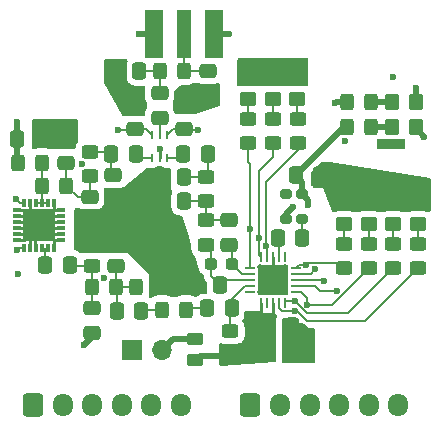
<source format=gbr>
%TF.GenerationSoftware,KiCad,Pcbnew,8.0.8*%
%TF.CreationDate,2025-02-12T11:11:18-05:00*%
%TF.ProjectId,high-power-module,68696768-2d70-46f7-9765-722d6d6f6475,rev?*%
%TF.SameCoordinates,Original*%
%TF.FileFunction,Copper,L1,Top*%
%TF.FilePolarity,Positive*%
%FSLAX46Y46*%
G04 Gerber Fmt 4.6, Leading zero omitted, Abs format (unit mm)*
G04 Created by KiCad (PCBNEW 8.0.8) date 2025-02-12 11:11:18*
%MOMM*%
%LPD*%
G01*
G04 APERTURE LIST*
G04 Aperture macros list*
%AMRoundRect*
0 Rectangle with rounded corners*
0 $1 Rounding radius*
0 $2 $3 $4 $5 $6 $7 $8 $9 X,Y pos of 4 corners*
0 Add a 4 corners polygon primitive as box body*
4,1,4,$2,$3,$4,$5,$6,$7,$8,$9,$2,$3,0*
0 Add four circle primitives for the rounded corners*
1,1,$1+$1,$2,$3*
1,1,$1+$1,$4,$5*
1,1,$1+$1,$6,$7*
1,1,$1+$1,$8,$9*
0 Add four rect primitives between the rounded corners*
20,1,$1+$1,$2,$3,$4,$5,0*
20,1,$1+$1,$4,$5,$6,$7,0*
20,1,$1+$1,$6,$7,$8,$9,0*
20,1,$1+$1,$8,$9,$2,$3,0*%
G04 Aperture macros list end*
%TA.AperFunction,SMDPad,CuDef*%
%ADD10RoundRect,0.250000X-0.325000X-0.450000X0.325000X-0.450000X0.325000X0.450000X-0.325000X0.450000X0*%
%TD*%
%TA.AperFunction,SMDPad,CuDef*%
%ADD11RoundRect,0.250000X-0.450000X0.325000X-0.450000X-0.325000X0.450000X-0.325000X0.450000X0.325000X0*%
%TD*%
%TA.AperFunction,SMDPad,CuDef*%
%ADD12RoundRect,0.250000X0.337500X0.475000X-0.337500X0.475000X-0.337500X-0.475000X0.337500X-0.475000X0*%
%TD*%
%TA.AperFunction,SMDPad,CuDef*%
%ADD13RoundRect,0.250000X0.475000X-0.337500X0.475000X0.337500X-0.475000X0.337500X-0.475000X-0.337500X0*%
%TD*%
%TA.AperFunction,SMDPad,CuDef*%
%ADD14RoundRect,0.250000X0.325000X0.450000X-0.325000X0.450000X-0.325000X-0.450000X0.325000X-0.450000X0*%
%TD*%
%TA.AperFunction,SMDPad,CuDef*%
%ADD15RoundRect,0.250000X-0.475000X0.337500X-0.475000X-0.337500X0.475000X-0.337500X0.475000X0.337500X0*%
%TD*%
%TA.AperFunction,SMDPad,CuDef*%
%ADD16RoundRect,0.250000X0.450000X-0.350000X0.450000X0.350000X-0.450000X0.350000X-0.450000X-0.350000X0*%
%TD*%
%TA.AperFunction,SMDPad,CuDef*%
%ADD17RoundRect,0.250000X-0.337500X-0.475000X0.337500X-0.475000X0.337500X0.475000X-0.337500X0.475000X0*%
%TD*%
%TA.AperFunction,SMDPad,CuDef*%
%ADD18RoundRect,0.250000X-0.450000X0.262500X-0.450000X-0.262500X0.450000X-0.262500X0.450000X0.262500X0*%
%TD*%
%TA.AperFunction,SMDPad,CuDef*%
%ADD19RoundRect,0.250000X-0.350000X-0.450000X0.350000X-0.450000X0.350000X0.450000X-0.350000X0.450000X0*%
%TD*%
%TA.AperFunction,SMDPad,CuDef*%
%ADD20RoundRect,0.237500X-0.287500X-0.237500X0.287500X-0.237500X0.287500X0.237500X-0.287500X0.237500X0*%
%TD*%
%TA.AperFunction,SMDPad,CuDef*%
%ADD21RoundRect,0.250000X0.450000X-0.325000X0.450000X0.325000X-0.450000X0.325000X-0.450000X-0.325000X0*%
%TD*%
%TA.AperFunction,SMDPad,CuDef*%
%ADD22RoundRect,0.200000X-0.300000X0.200000X-0.300000X-0.200000X0.300000X-0.200000X0.300000X0.200000X0*%
%TD*%
%TA.AperFunction,ComponentPad*%
%ADD23R,1.700000X1.700000*%
%TD*%
%TA.AperFunction,ComponentPad*%
%ADD24O,1.700000X1.700000*%
%TD*%
%TA.AperFunction,SMDPad,CuDef*%
%ADD25RoundRect,0.062500X0.062500X-0.262500X0.062500X0.262500X-0.062500X0.262500X-0.062500X-0.262500X0*%
%TD*%
%TA.AperFunction,SMDPad,CuDef*%
%ADD26R,1.270000X4.064000*%
%TD*%
%TA.AperFunction,SMDPad,CuDef*%
%ADD27R,1.524000X4.064000*%
%TD*%
%TA.AperFunction,SMDPad,CuDef*%
%ADD28O,0.380000X0.700000*%
%TD*%
%TA.AperFunction,SMDPad,CuDef*%
%ADD29O,0.700000X0.380000*%
%TD*%
%TA.AperFunction,ComponentPad*%
%ADD30C,0.500000*%
%TD*%
%TA.AperFunction,SMDPad,CuDef*%
%ADD31R,2.700000X2.700000*%
%TD*%
%TA.AperFunction,ComponentPad*%
%ADD32RoundRect,0.250000X-0.600000X-0.725000X0.600000X-0.725000X0.600000X0.725000X-0.600000X0.725000X0*%
%TD*%
%TA.AperFunction,ComponentPad*%
%ADD33O,1.700000X1.950000*%
%TD*%
%TA.AperFunction,SMDPad,CuDef*%
%ADD34RoundRect,0.062500X-0.362500X-0.062500X0.362500X-0.062500X0.362500X0.062500X-0.362500X0.062500X0*%
%TD*%
%TA.AperFunction,SMDPad,CuDef*%
%ADD35RoundRect,0.062500X-0.062500X-0.362500X0.062500X-0.362500X0.062500X0.362500X-0.062500X0.362500X0*%
%TD*%
%TA.AperFunction,HeatsinkPad*%
%ADD36C,0.500000*%
%TD*%
%TA.AperFunction,HeatsinkPad*%
%ADD37R,2.600000X2.600000*%
%TD*%
%TA.AperFunction,SMDPad,CuDef*%
%ADD38R,2.400000X0.840000*%
%TD*%
%TA.AperFunction,ViaPad*%
%ADD39C,0.600000*%
%TD*%
%TA.AperFunction,Conductor*%
%ADD40C,0.156464*%
%TD*%
%TA.AperFunction,Conductor*%
%ADD41C,0.508000*%
%TD*%
%TA.AperFunction,Conductor*%
%ADD42C,0.254000*%
%TD*%
%TA.AperFunction,Conductor*%
%ADD43C,0.152400*%
%TD*%
G04 APERTURE END LIST*
D10*
%TO.P,L3,1,1*%
%TO.N,Net-(L2-Pad2)*%
X128650000Y-85200000D03*
%TO.P,L3,2,2*%
%TO.N,Net-(C6-Pad2)*%
X130700000Y-85200000D03*
%TD*%
D11*
%TO.P,CS1,1,K*%
%TO.N,Net-(CS1-K)*%
X154200000Y-90150000D03*
%TO.P,CS1,2,A*%
%TO.N,CS*%
X154200000Y-92200000D03*
%TD*%
D12*
%TO.P,CM6,1*%
%TO.N,Net-(CM6-Pad1)*%
X140700000Y-86500000D03*
%TO.P,CM6,2*%
%TO.N,GND*%
X138625000Y-86500000D03*
%TD*%
D11*
%TO.P,GPIO3,1,K*%
%TO.N,Net-(GPIO3-K)*%
X148200000Y-79575000D03*
%TO.P,GPIO3,2,A*%
%TO.N,GPIO3*%
X148200000Y-81625000D03*
%TD*%
D13*
%TO.P,CM4,1*%
%TO.N,Net-(CM3-Pad2)*%
X134900000Y-92000000D03*
%TO.P,CM4,2*%
%TO.N,GND*%
X134900000Y-89925000D03*
%TD*%
D14*
%TO.P,LM2,1,1*%
%TO.N,Net-(CM3-Pad2)*%
X134900000Y-93800000D03*
%TO.P,LM2,2,2*%
%TO.N,Net-(C2-Pad2)*%
X132850000Y-93800000D03*
%TD*%
D15*
%TO.P,C8,1*%
%TO.N,GND*%
X136500000Y-78325000D03*
%TO.P,C8,2*%
%TO.N,GPIO3*%
X136500000Y-80400000D03*
%TD*%
D11*
%TO.P,SDN1,1,K*%
%TO.N,Net-(SDN1-K)*%
X146100000Y-79575000D03*
%TO.P,SDN1,2,A*%
%TO.N,SDN*%
X146100000Y-81625000D03*
%TD*%
D16*
%TO.P,R6,1*%
%TO.N,Net-(GPIO2-K)*%
X150250000Y-77900000D03*
%TO.P,R6,2*%
%TO.N,GND*%
X150250000Y-75900000D03*
%TD*%
D14*
%TO.P,3V3,1,K*%
%TO.N,Net-(3V3-K)*%
X156525000Y-80200000D03*
%TO.P,3V3,2,A*%
%TO.N,+3.3V*%
X154475000Y-80200000D03*
%TD*%
%TO.P,LM4,1,1*%
%TO.N,GND*%
X138700000Y-93800000D03*
%TO.P,LM4,2,2*%
%TO.N,Net-(CM3-Pad2)*%
X136650000Y-93800000D03*
%TD*%
D11*
%TO.P,GPIO1,1,K*%
%TO.N,Net-(GPIO1-K)*%
X158400000Y-90150000D03*
%TO.P,GPIO1,2,A*%
%TO.N,GPIO1*%
X158400000Y-92200000D03*
%TD*%
D17*
%TO.P,CB3,1*%
%TO.N,XO_IN*%
X148625000Y-89600000D03*
%TO.P,CB3,2*%
%TO.N,Net-(TCXO1-OUTPUT)*%
X150700000Y-89600000D03*
%TD*%
D12*
%TO.P,CM3,1*%
%TO.N,Net-(CM3-Pad1)*%
X137037500Y-95800000D03*
%TO.P,CM3,2*%
%TO.N,Net-(CM3-Pad2)*%
X134962500Y-95800000D03*
%TD*%
D18*
%TO.P,R14,1*%
%TO.N,Net-(J4-Pin_2)*%
X141600000Y-98175000D03*
%TO.P,R14,2*%
%TO.N,+3.3V*%
X141600000Y-100000000D03*
%TD*%
D19*
%TO.P,R12,1*%
%TO.N,Net-(3V3-K)*%
X158300000Y-80200000D03*
%TO.P,R12,2*%
%TO.N,GND*%
X160300000Y-80200000D03*
%TD*%
D20*
%TO.P,LR1,1,1*%
%TO.N,RXn*%
X142950000Y-91800000D03*
%TO.P,LR1,2,2*%
%TO.N,RXp*%
X144700000Y-91800000D03*
%TD*%
D21*
%TO.P,LR2,1,1*%
%TO.N,RXn*%
X142500000Y-90200000D03*
%TO.P,LR2,2,2*%
%TO.N,Net-(CM6-Pad1)*%
X142500000Y-88150000D03*
%TD*%
D15*
%TO.P,CM5,1*%
%TO.N,Net-(C2-Pad2)*%
X132900000Y-95600000D03*
%TO.P,CM5,2*%
%TO.N,GND*%
X132900000Y-97675000D03*
%TD*%
D11*
%TO.P,IRQ1,1,K*%
%TO.N,Net-(IRQ1-K)*%
X156300000Y-90150000D03*
%TO.P,IRQ1,2,A*%
%TO.N,IRQ*%
X156300000Y-92200000D03*
%TD*%
D22*
%TO.P,TCXO1,1,NC*%
%TO.N,unconnected-(TCXO1-NC-Pad1)*%
X149300000Y-85900000D03*
%TO.P,TCXO1,2,GND*%
%TO.N,GND*%
X149300000Y-88000000D03*
%TO.P,TCXO1,3,OUTPUT*%
%TO.N,Net-(TCXO1-OUTPUT)*%
X150700000Y-88000000D03*
%TO.P,TCXO1,4,VCC*%
%TO.N,+3.3V*%
X150700000Y-85900000D03*
%TD*%
D16*
%TO.P,R10,1*%
%TO.N,Net-(IRQ1-K)*%
X156300000Y-88475000D03*
%TO.P,R10,2*%
%TO.N,GND*%
X156300000Y-86475000D03*
%TD*%
D23*
%TO.P,J4,1,Pin_1*%
%TO.N,GND*%
X136260000Y-99100000D03*
D24*
%TO.P,J4,2,Pin_2*%
%TO.N,Net-(J4-Pin_2)*%
X138800000Y-99100000D03*
%TD*%
D13*
%TO.P,CR2,1*%
%TO.N,RXp*%
X144500000Y-90200000D03*
%TO.P,CR2,2*%
%TO.N,Net-(CM6-Pad1)*%
X144500000Y-88125000D03*
%TD*%
D11*
%TO.P,GPIO2,1,K*%
%TO.N,Net-(GPIO2-K)*%
X150300000Y-79575000D03*
%TO.P,GPIO2,2,A*%
%TO.N,GPIO2*%
X150300000Y-81625000D03*
%TD*%
D25*
%TO.P,RFS1,1,RF1*%
%TO.N,Net-(RFS1-RF1)*%
X137950000Y-82900000D03*
%TO.P,RFS1,2,GND*%
%TO.N,GND*%
X138600000Y-82900000D03*
%TO.P,RFS1,3,RF2*%
%TO.N,Net-(RFS1-RF2)*%
X139250000Y-82900000D03*
%TO.P,RFS1,4,VC2*%
%TO.N,GPIO2*%
X139250000Y-80900000D03*
%TO.P,RFS1,5,RFC*%
%TO.N,Net-(RFS1-RFC)*%
X138600000Y-80900000D03*
%TO.P,RFS1,6,VC1*%
%TO.N,GPIO3*%
X137950000Y-80900000D03*
%TD*%
D12*
%TO.P,CM1,1*%
%TO.N,Net-(CB4-Pad2)*%
X136900000Y-75500000D03*
%TO.P,CM1,2*%
%TO.N,GND*%
X134825000Y-75500000D03*
%TD*%
D17*
%TO.P,CD1,1*%
%TO.N,+3.3V*%
X150125000Y-84300000D03*
%TO.P,CD1,2*%
%TO.N,GND*%
X152200000Y-84300000D03*
%TD*%
D13*
%TO.P,C9,1*%
%TO.N,GPIO2*%
X140700000Y-80400000D03*
%TO.P,C9,2*%
%TO.N,GND*%
X140700000Y-78325000D03*
%TD*%
D16*
%TO.P,R5,1*%
%TO.N,Net-(GPIO3-K)*%
X148200000Y-77900000D03*
%TO.P,R5,2*%
%TO.N,GND*%
X148200000Y-75900000D03*
%TD*%
%TO.P,R9,1*%
%TO.N,Net-(CS1-K)*%
X154200000Y-88475000D03*
%TO.P,R9,2*%
%TO.N,GND*%
X154200000Y-86475000D03*
%TD*%
D12*
%TO.P,CM7,1*%
%TO.N,RF1*%
X140700000Y-84500000D03*
%TO.P,CM7,2*%
%TO.N,GND*%
X138625000Y-84500000D03*
%TD*%
D26*
%TO.P,J2,1,In*%
%TO.N,Net-(J2-In)*%
X140660000Y-72400000D03*
D27*
%TO.P,J2,2,Ext*%
%TO.N,GND*%
X143200000Y-72400000D03*
X138120000Y-72400000D03*
%TD*%
D14*
%TO.P,L0,1,1*%
%TO.N,Net-(C0-Pad2)*%
X140850000Y-95700000D03*
%TO.P,L0,2,2*%
%TO.N,Net-(CM3-Pad1)*%
X138800000Y-95700000D03*
%TD*%
D28*
%TO.P,PA1,1,Vbias*%
%TO.N,Net-(PA1-Vbias)*%
X127160000Y-90440000D03*
%TO.P,PA1,2,GND*%
%TO.N,GND*%
X127660000Y-90440000D03*
%TO.P,PA1,3,GND*%
X128160000Y-90440000D03*
%TO.P,PA1,4,RFin*%
%TO.N,PAin*%
X128660000Y-90440000D03*
%TO.P,PA1,5,RFin*%
X129160000Y-90440000D03*
%TO.P,PA1,6,GND*%
%TO.N,GND*%
X129660000Y-90440000D03*
D29*
%TO.P,PA1,7,GND*%
X130300000Y-89800000D03*
%TO.P,PA1,8,GND*%
X130300000Y-89300000D03*
%TO.P,PA1,9,GND*%
X130300000Y-88800000D03*
%TO.P,PA1,10,GND*%
X130300000Y-88300000D03*
%TO.P,PA1,11,GND*%
X130300000Y-87800000D03*
%TO.P,PA1,12,GND*%
X130300000Y-87300000D03*
D28*
%TO.P,PA1,13,GND*%
X129660000Y-86660000D03*
%TO.P,PA1,14,RFout*%
%TO.N,Net-(L2-Pad2)*%
X129160000Y-86660000D03*
%TO.P,PA1,15,RFout*%
X128660000Y-86660000D03*
%TO.P,PA1,16,RFout*%
X128160000Y-86660000D03*
%TO.P,PA1,17,GND*%
%TO.N,GND*%
X127660000Y-86660000D03*
%TO.P,PA1,18,Iref*%
%TO.N,Net-(PA1-Iref)*%
X127160000Y-86660000D03*
D29*
%TO.P,PA1,19,GND*%
%TO.N,GND*%
X126520000Y-87300000D03*
%TO.P,PA1,20,GND*%
X126520000Y-87800000D03*
%TO.P,PA1,21,GND*%
X126520000Y-88300000D03*
%TO.P,PA1,22,GND*%
X126520000Y-88800000D03*
%TO.P,PA1,23,GND*%
X126520000Y-89300000D03*
%TO.P,PA1,24,GND*%
X126520000Y-89800000D03*
D30*
%TO.P,PA1,25,GND*%
X127450000Y-89510000D03*
X128090000Y-89510000D03*
X128730000Y-89510000D03*
X129370000Y-89510000D03*
X127450000Y-88870000D03*
X128090000Y-88870000D03*
X128730000Y-88870000D03*
X129370000Y-88870000D03*
D31*
X128410000Y-88550000D03*
D30*
X127450000Y-88230000D03*
X128090000Y-88230000D03*
X128730000Y-88230000D03*
X129370000Y-88230000D03*
X127450000Y-87590000D03*
X128090000Y-87590000D03*
X128730000Y-87590000D03*
X129370000Y-87590000D03*
%TD*%
D11*
%TO.P,GPIO0,1,K*%
%TO.N,Net-(GPIO0-K)*%
X160500000Y-90150000D03*
%TO.P,GPIO0,2,A*%
%TO.N,GPIO0*%
X160500000Y-92200000D03*
%TD*%
D17*
%TO.P,C2,1*%
%TO.N,PAin*%
X128925000Y-91900000D03*
%TO.P,C2,2*%
%TO.N,Net-(C2-Pad2)*%
X131000000Y-91900000D03*
%TD*%
D15*
%TO.P,CM2,1*%
%TO.N,Net-(J2-In)*%
X142700000Y-75500000D03*
%TO.P,CM2,2*%
%TO.N,GND*%
X142700000Y-77575000D03*
%TD*%
D13*
%TO.P,CB4,1*%
%TO.N,Net-(RFS1-RFC)*%
X138600000Y-79437500D03*
%TO.P,CB4,2*%
%TO.N,Net-(CB4-Pad2)*%
X138600000Y-77362500D03*
%TD*%
D17*
%TO.P,CD3,1*%
%TO.N,+3.3V*%
X147700000Y-99100000D03*
%TO.P,CD3,2*%
%TO.N,GND*%
X149775000Y-99100000D03*
%TD*%
%TO.P,C5,1*%
%TO.N,+5V*%
X126575000Y-81250000D03*
%TO.P,C5,2*%
%TO.N,GND*%
X128650000Y-81250000D03*
%TD*%
%TO.P,CD2,1*%
%TO.N,+3.3V*%
X147700000Y-97100000D03*
%TO.P,CD2,2*%
%TO.N,GND*%
X149775000Y-97100000D03*
%TD*%
D16*
%TO.P,R11,1*%
%TO.N,Net-(SDN1-K)*%
X146100000Y-77900000D03*
%TO.P,R11,2*%
%TO.N,GND*%
X146100000Y-75900000D03*
%TD*%
D14*
%TO.P,5V1,1,K*%
%TO.N,Net-(5V1-K)*%
X156525000Y-78100000D03*
%TO.P,5V1,2,A*%
%TO.N,+5V*%
X154475000Y-78100000D03*
%TD*%
D17*
%TO.P,CR1,1*%
%TO.N,GND*%
X141625000Y-93600000D03*
%TO.P,CR1,2*%
%TO.N,RXn*%
X143700000Y-93600000D03*
%TD*%
D32*
%TO.P,J3,1,Pin_1*%
%TO.N,SDN*%
X127900000Y-103800000D03*
D33*
%TO.P,J3,2,Pin_2*%
%TO.N,GPIO3*%
X130400000Y-103800000D03*
%TO.P,J3,3,Pin_3*%
%TO.N,GPIO2*%
X132900000Y-103800000D03*
%TO.P,J3,4,Pin_4*%
%TO.N,GPIO1*%
X135400000Y-103800000D03*
%TO.P,J3,5,Pin_5*%
%TO.N,GPIO0*%
X137900000Y-103800000D03*
%TO.P,J3,6,Pin_6*%
%TO.N,IRQ*%
X140400000Y-103800000D03*
%TD*%
D13*
%TO.P,C6,1*%
%TO.N,GND*%
X132700000Y-88200000D03*
%TO.P,C6,2*%
%TO.N,Net-(C6-Pad2)*%
X132700000Y-86125000D03*
%TD*%
D21*
%TO.P,LM6,1,1*%
%TO.N,Net-(C6-Pad2)*%
X132700000Y-84400000D03*
%TO.P,LM6,2,2*%
%TO.N,RF2*%
X132700000Y-82350000D03*
%TD*%
D32*
%TO.P,J1,1,Pin_1*%
%TO.N,CS*%
X146300000Y-103800000D03*
D33*
%TO.P,J1,2,Pin_2*%
%TO.N,MOSI*%
X148800000Y-103800000D03*
%TO.P,J1,3,Pin_3*%
%TO.N,MISO*%
X151300000Y-103800000D03*
%TO.P,J1,4,Pin_4*%
%TO.N,SCLK*%
X153800000Y-103800000D03*
%TO.P,J1,5,Pin_5*%
%TO.N,GND*%
X156300000Y-103800000D03*
%TO.P,J1,6,Pin_6*%
%TO.N,+5V*%
X158800000Y-103800000D03*
%TD*%
D12*
%TO.P,CB1,1*%
%TO.N,Net-(RFS1-RF1)*%
X136600000Y-82500000D03*
%TO.P,CB1,2*%
%TO.N,RF2*%
X134525000Y-82500000D03*
%TD*%
D34*
%TO.P,U1,1,SDN*%
%TO.N,SDN*%
X146275000Y-92175000D03*
%TO.P,U1,2,RXp*%
%TO.N,RXp*%
X146275000Y-92675000D03*
%TO.P,U1,3,RXn*%
%TO.N,RXn*%
X146275000Y-93175000D03*
%TO.P,U1,4,TX*%
%TO.N,TX*%
X146275000Y-93675000D03*
%TO.P,U1,5,NC*%
%TO.N,unconnected-(U1-NC-Pad5)*%
X146275000Y-94175000D03*
D35*
%TO.P,U1,6,VDD*%
%TO.N,+3.3V*%
X147200000Y-95100000D03*
%TO.P,U1,7,TXRAMP*%
%TO.N,unconnected-(U1-TXRAMP-Pad7)*%
X147700000Y-95100000D03*
%TO.P,U1,8,VDD*%
%TO.N,+3.3V*%
X148200000Y-95100000D03*
%TO.P,U1,9,GPIO0*%
%TO.N,GPIO0*%
X148700000Y-95100000D03*
%TO.P,U1,10,GPIO1*%
%TO.N,GPIO1*%
X149200000Y-95100000D03*
D34*
%TO.P,U1,11,~{IRQ}*%
%TO.N,IRQ*%
X150125000Y-94175000D03*
%TO.P,U1,12,SCLK*%
%TO.N,SCLK*%
X150125000Y-93675000D03*
%TO.P,U1,13,SDO*%
%TO.N,MISO*%
X150125000Y-93175000D03*
%TO.P,U1,14,SDI*%
%TO.N,MOSI*%
X150125000Y-92675000D03*
%TO.P,U1,15,~{SEL}*%
%TO.N,CS*%
X150125000Y-92175000D03*
D35*
%TO.P,U1,16,XOUT*%
%TO.N,unconnected-(U1-XOUT-Pad16)*%
X149200000Y-91250000D03*
%TO.P,U1,17,XIN*%
%TO.N,XO_IN*%
X148700000Y-91250000D03*
%TO.P,U1,18,GND*%
%TO.N,GND*%
X148200000Y-91250000D03*
%TO.P,U1,19,GPIO2*%
%TO.N,GPIO2*%
X147700000Y-91250000D03*
%TO.P,U1,20,GPIO3*%
%TO.N,GPIO3*%
X147200000Y-91250000D03*
D36*
%TO.P,U1,21,GND*%
%TO.N,GND*%
X147150000Y-92125000D03*
X147150000Y-94225000D03*
D37*
X148200000Y-93175000D03*
D36*
X149250000Y-92125000D03*
X149250000Y-94225000D03*
%TD*%
D11*
%TO.P,L1,1,1*%
%TO.N,GND*%
X132900000Y-89950000D03*
%TO.P,L1,2,2*%
%TO.N,Net-(C2-Pad2)*%
X132900000Y-92000000D03*
%TD*%
D12*
%TO.P,C0,1*%
%TO.N,TX*%
X144700000Y-95600000D03*
%TO.P,C0,2*%
%TO.N,Net-(C0-Pad2)*%
X142625000Y-95600000D03*
%TD*%
%TO.P,CB2,1*%
%TO.N,RF1*%
X142700000Y-82500000D03*
%TO.P,CB2,2*%
%TO.N,Net-(RFS1-RF2)*%
X140625000Y-82500000D03*
%TD*%
D16*
%TO.P,R8,1*%
%TO.N,Net-(GPIO0-K)*%
X160500000Y-88475000D03*
%TO.P,R8,2*%
%TO.N,GND*%
X160500000Y-86475000D03*
%TD*%
D10*
%TO.P,L2,1,1*%
%TO.N,+5V*%
X126600000Y-83250000D03*
%TO.P,L2,2,2*%
%TO.N,Net-(L2-Pad2)*%
X128650000Y-83250000D03*
%TD*%
D21*
%TO.P,LM5,1,1*%
%TO.N,Net-(CM6-Pad1)*%
X142500000Y-86500000D03*
%TO.P,LM5,2,2*%
%TO.N,RF1*%
X142500000Y-84450000D03*
%TD*%
D19*
%TO.P,R4,1*%
%TO.N,Net-(5V1-K)*%
X158300000Y-78100000D03*
%TO.P,R4,2*%
%TO.N,GND*%
X160300000Y-78100000D03*
%TD*%
D16*
%TO.P,R7,1*%
%TO.N,Net-(GPIO1-K)*%
X158400000Y-88475000D03*
%TO.P,R7,2*%
%TO.N,GND*%
X158400000Y-86475000D03*
%TD*%
D21*
%TO.P,LChoke1,1,1*%
%TO.N,+3.3V*%
X144600000Y-99600000D03*
%TO.P,LChoke1,2,2*%
%TO.N,TX*%
X144600000Y-97550000D03*
%TD*%
D10*
%TO.P,LM1,1,1*%
%TO.N,Net-(CB4-Pad2)*%
X138600000Y-75500000D03*
%TO.P,LM1,2,2*%
%TO.N,Net-(J2-In)*%
X140650000Y-75500000D03*
%TD*%
D13*
%TO.P,CM8,1*%
%TO.N,Net-(C6-Pad2)*%
X130700000Y-83300000D03*
%TO.P,CM8,2*%
%TO.N,GND*%
X130700000Y-81225000D03*
%TD*%
D15*
%TO.P,CM9,1*%
%TO.N,RF2*%
X134700000Y-84325000D03*
%TO.P,CM9,2*%
%TO.N,GND*%
X134700000Y-86400000D03*
%TD*%
D38*
%TO.P,U3,11,EXP*%
%TO.N,GND*%
X158200000Y-81645000D03*
D30*
%TO.P,U3,P1,EXP__1*%
X157250001Y-81645000D03*
%TO.P,U3,P2,EXP__2*%
X158200000Y-81645000D03*
%TO.P,U3,P3,EXP__3*%
X159149999Y-81645000D03*
%TD*%
D39*
%TO.N,GND*%
X161022804Y-81077196D03*
X146100000Y-74700000D03*
X158400000Y-76043600D03*
X134500000Y-88750000D03*
X153250000Y-84300000D03*
X151000000Y-97450000D03*
X140600000Y-93550000D03*
X144450000Y-72400000D03*
X126600000Y-92650000D03*
X154300000Y-81400000D03*
X139500000Y-87893600D03*
X136500000Y-77100000D03*
X132000000Y-83400000D03*
X150150000Y-74750000D03*
X154800000Y-85000000D03*
X136900000Y-72400000D03*
X136400000Y-89900000D03*
X155650000Y-85000000D03*
X132227920Y-98727920D03*
X134741634Y-87555100D03*
X159500000Y-85450000D03*
X151000000Y-98450000D03*
X160300000Y-76900000D03*
X149900000Y-87000000D03*
X133933429Y-93058540D03*
X139800000Y-94000000D03*
X140400000Y-77300000D03*
X160193600Y-85200000D03*
X141500000Y-77200000D03*
X137600000Y-84500000D03*
X133600000Y-87900000D03*
X138600000Y-87600000D03*
X138600000Y-82100000D03*
X128700000Y-80000000D03*
X135300000Y-89000000D03*
X131800000Y-89700000D03*
X130797804Y-80102196D03*
X134800000Y-76700000D03*
X148200000Y-74800000D03*
X140700000Y-89400000D03*
%TO.N,Net-(PA1-Vbias)*%
X126500000Y-90650000D03*
%TO.N,+5V*%
X126550000Y-79850000D03*
X153496000Y-78200000D03*
%TO.N,GPIO3*%
X147000000Y-89600000D03*
X135100000Y-80500000D03*
%TO.N,GPIO2*%
X147600000Y-90300000D03*
X141900000Y-80500000D03*
%TO.N,+3.3V*%
X151200000Y-86800000D03*
X146150000Y-96550000D03*
%TO.N,CS*%
X151000000Y-91900000D03*
%TO.N,GPIO1*%
X150100000Y-95000000D03*
%TO.N,GPIO0*%
X150100000Y-95800000D03*
%TO.N,IRQ*%
X151126223Y-95273777D03*
%TO.N,MOSI*%
X151800000Y-92300000D03*
%TO.N,SCLK*%
X153600000Y-94100000D03*
%TO.N,MISO*%
X152500000Y-93300000D03*
%TO.N,SDN*%
X146300000Y-88900000D03*
%TO.N,Net-(PA1-Iref)*%
X126461012Y-86343488D03*
%TD*%
D40*
%TO.N,Net-(C2-Pad2)*%
X132850000Y-93800000D02*
X132850000Y-92050000D01*
X131100000Y-92000000D02*
X131000000Y-91900000D01*
X132900000Y-93850000D02*
X132850000Y-93800000D01*
X132900000Y-95600000D02*
X132900000Y-93850000D01*
X132850000Y-92050000D02*
X132900000Y-92000000D01*
X132900000Y-92000000D02*
X131100000Y-92000000D01*
%TO.N,Net-(C6-Pad2)*%
X131700000Y-86200000D02*
X132625000Y-86200000D01*
X132625000Y-86200000D02*
X132700000Y-86125000D01*
X130700000Y-85200000D02*
X130700000Y-83300000D01*
X132700000Y-86125000D02*
X132700000Y-84400000D01*
X130700000Y-85200000D02*
X131700000Y-86200000D01*
D41*
%TO.N,GND*%
X141875000Y-77575000D02*
X141500000Y-77200000D01*
X130700000Y-80200000D02*
X130797804Y-80102196D01*
D42*
X130300000Y-89800000D02*
X129660000Y-89800000D01*
X130300000Y-87300000D02*
X129660000Y-87300000D01*
X130300000Y-88800000D02*
X129440000Y-88800000D01*
X127160000Y-87300000D02*
X127450000Y-87590000D01*
D41*
X132900000Y-97675000D02*
X132900000Y-98055840D01*
X154200000Y-85600000D02*
X154800000Y-85000000D01*
D42*
X127450000Y-87590000D02*
X127643000Y-87397000D01*
D41*
X160500000Y-85506400D02*
X160193600Y-85200000D01*
D42*
X130300000Y-87800000D02*
X129580000Y-87800000D01*
X126520000Y-89800000D02*
X127160000Y-89800000D01*
D41*
X138120000Y-72400000D02*
X136900000Y-72400000D01*
D42*
X129370000Y-89510000D02*
X129677000Y-89817000D01*
D41*
X132050000Y-89950000D02*
X131800000Y-89700000D01*
X152200000Y-84300000D02*
X153250000Y-84300000D01*
X134900000Y-89400000D02*
X135300000Y-89000000D01*
D42*
X148200000Y-91250000D02*
X148200000Y-93175000D01*
X128090000Y-89510000D02*
X128090000Y-90387000D01*
D41*
X156300000Y-86475000D02*
X156300000Y-86236262D01*
X138625000Y-86500000D02*
X138625000Y-87575000D01*
D42*
X127240000Y-89300000D02*
X127450000Y-89510000D01*
D41*
X132700000Y-88200000D02*
X133300000Y-88200000D01*
X138625000Y-87575000D02*
X138600000Y-87600000D01*
D42*
X129440000Y-88800000D02*
X129370000Y-88870000D01*
D41*
X140700000Y-77600000D02*
X140400000Y-77300000D01*
X134825000Y-75500000D02*
X134825000Y-76675000D01*
D42*
X126520000Y-89300000D02*
X127240000Y-89300000D01*
X127160000Y-89800000D02*
X127450000Y-89510000D01*
D41*
X156300000Y-85650000D02*
X155650000Y-85000000D01*
X143200000Y-72400000D02*
X144450000Y-72400000D01*
X140700000Y-78325000D02*
X140700000Y-77600000D01*
D42*
X126520000Y-87300000D02*
X127160000Y-87300000D01*
X129370000Y-87590000D02*
X129677000Y-87283000D01*
D41*
X150200000Y-74800000D02*
X150150000Y-74750000D01*
X133300000Y-88200000D02*
X133600000Y-87900000D01*
D42*
X129580000Y-87800000D02*
X129370000Y-87590000D01*
D41*
X160300000Y-78100000D02*
X160300000Y-76900000D01*
X149775000Y-97100000D02*
X150650000Y-97100000D01*
X128650000Y-81250000D02*
X128650000Y-80050000D01*
D42*
X127380000Y-88800000D02*
X127450000Y-88870000D01*
X129580000Y-89300000D02*
X129370000Y-89510000D01*
X126520000Y-88300000D02*
X127380000Y-88300000D01*
D41*
X150650000Y-97100000D02*
X151000000Y-97450000D01*
D42*
X126520000Y-88800000D02*
X127380000Y-88800000D01*
D41*
X149300000Y-87600000D02*
X149900000Y-87000000D01*
D42*
X129677000Y-87283000D02*
X129677000Y-86660000D01*
X138600000Y-82900000D02*
X138600000Y-82100000D01*
D41*
X134900000Y-89925000D02*
X134900000Y-89400000D01*
X128650000Y-80050000D02*
X128700000Y-80000000D01*
D42*
X127660000Y-89720000D02*
X127450000Y-89510000D01*
D41*
X149775000Y-99100000D02*
X150350000Y-99100000D01*
D42*
X129677000Y-89817000D02*
X129677000Y-90440000D01*
D41*
X160500000Y-86475000D02*
X160500000Y-85506400D01*
X139600000Y-93800000D02*
X139800000Y-94000000D01*
X150350000Y-99100000D02*
X151000000Y-98450000D01*
X136500000Y-78325000D02*
X136500000Y-77100000D01*
X149300000Y-88000000D02*
X149300000Y-87600000D01*
X156300000Y-86475000D02*
X156300000Y-85650000D01*
X132900000Y-98055840D02*
X132227920Y-98727920D01*
X158400000Y-86475000D02*
X158475000Y-86475000D01*
X130700000Y-81225000D02*
X130700000Y-80200000D01*
X154200000Y-86475000D02*
X154200000Y-85600000D01*
X150200000Y-75900000D02*
X150200000Y-74800000D01*
D42*
X129660000Y-89800000D02*
X129370000Y-89510000D01*
D41*
X134825000Y-76675000D02*
X134800000Y-76700000D01*
D42*
X129440000Y-88300000D02*
X129370000Y-88230000D01*
X127380000Y-88300000D02*
X127450000Y-88230000D01*
X128090000Y-90387000D02*
X128143000Y-90440000D01*
D41*
X132900000Y-89950000D02*
X132050000Y-89950000D01*
D42*
X129660000Y-87300000D02*
X129370000Y-87590000D01*
D41*
X138700000Y-93800000D02*
X139600000Y-93800000D01*
D42*
X127643000Y-87397000D02*
X127643000Y-86660000D01*
D41*
X160300000Y-80354392D02*
X161022804Y-81077196D01*
X134700000Y-86400000D02*
X134700000Y-87513466D01*
D42*
X130300000Y-88300000D02*
X129440000Y-88300000D01*
D41*
X138625000Y-84500000D02*
X137600000Y-84500000D01*
X160300000Y-80200000D02*
X160300000Y-80354392D01*
X140650000Y-93600000D02*
X140600000Y-93550000D01*
X146100000Y-75900000D02*
X146100000Y-74700000D01*
D42*
X130300000Y-89300000D02*
X129580000Y-89300000D01*
D41*
X158475000Y-86475000D02*
X159500000Y-85450000D01*
X142700000Y-77575000D02*
X141875000Y-77575000D01*
D42*
X127240000Y-87800000D02*
X127450000Y-87590000D01*
D41*
X134700000Y-87513466D02*
X134741634Y-87555100D01*
X141625000Y-93600000D02*
X140650000Y-93600000D01*
X148200000Y-75900000D02*
X148200000Y-74800000D01*
D42*
X127660000Y-90440000D02*
X127660000Y-89720000D01*
X126520000Y-87800000D02*
X127240000Y-87800000D01*
D43*
%TO.N,Net-(PA1-Vbias)*%
X127160000Y-90440000D02*
X126710000Y-90440000D01*
X126710000Y-90440000D02*
X126500000Y-90650000D01*
D41*
%TO.N,+5V*%
X154500000Y-78150000D02*
X153546000Y-78150000D01*
X126575000Y-81250000D02*
X126575000Y-83225000D01*
X126575000Y-83225000D02*
X126600000Y-83250000D01*
X153546000Y-78150000D02*
X153496000Y-78200000D01*
X126550000Y-81225000D02*
X126575000Y-81250000D01*
X126550000Y-79850000D02*
X126550000Y-81225000D01*
X154500000Y-78200000D02*
X154550000Y-78150000D01*
D40*
%TO.N,RF2*%
X134525000Y-84150000D02*
X134700000Y-84325000D01*
X134525000Y-82500000D02*
X134525000Y-84150000D01*
X134375000Y-82350000D02*
X134525000Y-82500000D01*
X132700000Y-82350000D02*
X134375000Y-82350000D01*
D43*
%TO.N,GPIO3*%
X137950000Y-80900000D02*
X137450000Y-80400000D01*
X147000000Y-89600000D02*
X147000000Y-84000000D01*
X147000000Y-91050000D02*
X147200000Y-91250000D01*
X136400000Y-80500000D02*
X136500000Y-80400000D01*
X135100000Y-80500000D02*
X136400000Y-80500000D01*
X147000000Y-89600000D02*
X147000000Y-91050000D01*
X147000000Y-84000000D02*
X148200000Y-82800000D01*
X148200000Y-82800000D02*
X148200000Y-81625000D01*
X137450000Y-80400000D02*
X136500000Y-80400000D01*
%TO.N,GPIO2*%
X139750000Y-80400000D02*
X140700000Y-80400000D01*
X147600000Y-84900000D02*
X150300000Y-82200000D01*
X147700000Y-90400000D02*
X147700000Y-91250000D01*
X139250000Y-80900000D02*
X139750000Y-80400000D01*
X147600000Y-90300000D02*
X147700000Y-90400000D01*
X140800000Y-80500000D02*
X140700000Y-80400000D01*
X141900000Y-80500000D02*
X140800000Y-80500000D01*
X150300000Y-82200000D02*
X150300000Y-81625000D01*
X147600000Y-90300000D02*
X147600000Y-84900000D01*
D40*
%TO.N,TX*%
X146275000Y-93675000D02*
X145850001Y-93675000D01*
X144600000Y-95700000D02*
X144700000Y-95600000D01*
X145850001Y-93675000D02*
X144700000Y-94825001D01*
X144700000Y-94825001D02*
X144700000Y-95600000D01*
X144600000Y-97550000D02*
X144600000Y-95700000D01*
%TO.N,Net-(RFS1-RF1)*%
X137950000Y-82900000D02*
X137000000Y-82900000D01*
X137000000Y-82900000D02*
X136600000Y-82500000D01*
%TO.N,Net-(RFS1-RF2)*%
X140225000Y-82900000D02*
X140625000Y-82500000D01*
X139250000Y-82900000D02*
X140225000Y-82900000D01*
%TO.N,RF1*%
X142700000Y-82500000D02*
X142700000Y-84250000D01*
X142700000Y-84250000D02*
X142500000Y-84450000D01*
X140700000Y-84500000D02*
X142450000Y-84500000D01*
X142450000Y-84500000D02*
X142500000Y-84450000D01*
D43*
%TO.N,Net-(TCXO1-OUTPUT)*%
X150700000Y-89600000D02*
X150700000Y-88000000D01*
%TO.N,XO_IN*%
X148700000Y-89675000D02*
X148625000Y-89600000D01*
X148700000Y-91250000D02*
X148700000Y-89675000D01*
D40*
%TO.N,Net-(CB4-Pad2)*%
X136900000Y-75500000D02*
X138600000Y-75500000D01*
X138600000Y-75500000D02*
X138600000Y-77362500D01*
%TO.N,Net-(RFS1-RFC)*%
X138600000Y-80900000D02*
X138600000Y-79437500D01*
D41*
%TO.N,+3.3V*%
X154225000Y-80200000D02*
X150125000Y-84300000D01*
D42*
X147200000Y-96600000D02*
X147200000Y-95100000D01*
X147700000Y-97100000D02*
X148200000Y-96600000D01*
D41*
X151200000Y-86800000D02*
X151200000Y-86400000D01*
X150700000Y-84875000D02*
X150125000Y-84300000D01*
X142000000Y-99600000D02*
X141600000Y-100000000D01*
D42*
X147700000Y-97100000D02*
X147200000Y-96600000D01*
D41*
X154475000Y-80200000D02*
X154225000Y-80200000D01*
X151200000Y-86400000D02*
X150700000Y-85900000D01*
X144600000Y-99600000D02*
X142000000Y-99600000D01*
D42*
X148200000Y-96600000D02*
X148200000Y-95100000D01*
D41*
X150700000Y-85900000D02*
X150700000Y-84875000D01*
D40*
%TO.N,Net-(J2-In)*%
X140650000Y-75500000D02*
X142700000Y-75500000D01*
X140650000Y-72410000D02*
X140660000Y-72400000D01*
X140650000Y-75500000D02*
X140650000Y-72410000D01*
X140700000Y-72440000D02*
X140660000Y-72400000D01*
%TO.N,Net-(CM3-Pad1)*%
X138800000Y-95700000D02*
X137137500Y-95700000D01*
X137137500Y-95700000D02*
X137037500Y-95800000D01*
%TO.N,RXn*%
X142950000Y-90650000D02*
X142500000Y-90200000D01*
X142950000Y-91800000D02*
X142950000Y-92850000D01*
X143700000Y-93600000D02*
X144125000Y-93175000D01*
X142950000Y-92850000D02*
X143700000Y-93600000D01*
X142950000Y-91800000D02*
X142950000Y-90650000D01*
X144125000Y-93175000D02*
X146275000Y-93175000D01*
%TO.N,RXp*%
X144500000Y-91600000D02*
X144700000Y-91800000D01*
X144700000Y-91800000D02*
X144700000Y-90400000D01*
X144700000Y-91800000D02*
X145575000Y-92675000D01*
X145575000Y-92675000D02*
X146275000Y-92675000D01*
X144700000Y-90400000D02*
X144500000Y-90200000D01*
D43*
%TO.N,Net-(CS1-K)*%
X154200000Y-90150000D02*
X154200000Y-88475000D01*
%TO.N,CS*%
X150150000Y-92200000D02*
X150125000Y-92175000D01*
X150400000Y-91900000D02*
X150125000Y-92175000D01*
X151000000Y-91900000D02*
X150400000Y-91900000D01*
X151000000Y-91900000D02*
X151128600Y-91771400D01*
X151000000Y-91900000D02*
X151200000Y-91900000D01*
X151128600Y-91771400D02*
X153771400Y-91771400D01*
X153771400Y-91771400D02*
X154200000Y-92200000D01*
%TO.N,Net-(GPIO0-K)*%
X160500000Y-90150000D02*
X160500000Y-88475000D01*
%TO.N,Net-(GPIO1-K)*%
X158400000Y-90150000D02*
X158400000Y-88475000D01*
%TO.N,Net-(GPIO2-K)*%
X150250000Y-77900000D02*
X150250000Y-79525000D01*
X150250000Y-79525000D02*
X150300000Y-79575000D01*
%TO.N,GPIO1*%
X151100000Y-96000000D02*
X154600000Y-96000000D01*
X150100000Y-95000000D02*
X151100000Y-96000000D01*
X150100000Y-95000000D02*
X149300000Y-95000000D01*
X149300000Y-95000000D02*
X149200000Y-95100000D01*
X154600000Y-96000000D02*
X158400000Y-92200000D01*
%TO.N,GPIO0*%
X150202377Y-95802377D02*
X151100000Y-96700000D01*
X151100000Y-96700000D02*
X156000000Y-96700000D01*
X150102377Y-95802377D02*
X150202377Y-95802377D01*
X150100000Y-95800000D02*
X148975001Y-95800000D01*
X148700000Y-95524999D02*
X148700000Y-95100000D01*
X150100000Y-95800000D02*
X150102377Y-95802377D01*
X156000000Y-96700000D02*
X160500000Y-92200000D01*
X148975001Y-95800000D02*
X148700000Y-95524999D01*
%TO.N,IRQ*%
X153226223Y-95273777D02*
X156300000Y-92200000D01*
X151126223Y-94726223D02*
X150575000Y-94175000D01*
X150575000Y-94175000D02*
X150125000Y-94175000D01*
X151126223Y-95273777D02*
X151126223Y-94726223D01*
X151126223Y-95273777D02*
X153226223Y-95273777D01*
%TO.N,Net-(GPIO3-K)*%
X148200000Y-79575000D02*
X148200000Y-77900000D01*
%TO.N,MOSI*%
X151425000Y-92675000D02*
X150125000Y-92675000D01*
X150150000Y-92700000D02*
X150125000Y-92675000D01*
X151800000Y-92300000D02*
X151425000Y-92675000D01*
%TO.N,SCLK*%
X153600000Y-94100000D02*
X152200000Y-94100000D01*
X151775000Y-93675000D02*
X150125000Y-93675000D01*
X152200000Y-94100000D02*
X151775000Y-93675000D01*
%TO.N,MISO*%
X152375000Y-93175000D02*
X150125000Y-93175000D01*
X152500000Y-93300000D02*
X152375000Y-93175000D01*
%TO.N,SDN*%
X146100000Y-83200000D02*
X146100000Y-81625000D01*
X146300000Y-88900000D02*
X146300000Y-83400000D01*
X146300000Y-83400000D02*
X146100000Y-83200000D01*
X146275000Y-88925000D02*
X146275000Y-92175000D01*
X146300000Y-88900000D02*
X146275000Y-88925000D01*
D40*
%TO.N,PAin*%
X128660000Y-90440000D02*
X128690000Y-90440000D01*
X128925000Y-90675000D02*
X129160000Y-90440000D01*
X128925000Y-91900000D02*
X128925000Y-90675000D01*
X128690000Y-90440000D02*
X128925000Y-90675000D01*
%TO.N,Net-(CM3-Pad2)*%
X134900000Y-93800000D02*
X136650000Y-93800000D01*
X134962500Y-95800000D02*
X134962500Y-93862500D01*
X134900000Y-92000000D02*
X134900000Y-93800000D01*
X134962500Y-93862500D02*
X134900000Y-93800000D01*
D43*
%TO.N,Net-(PA1-Iref)*%
X127160000Y-86660000D02*
X126777524Y-86660000D01*
X126777524Y-86660000D02*
X126461012Y-86343488D01*
%TO.N,Net-(IRQ1-K)*%
X156300000Y-90150000D02*
X156300000Y-88475000D01*
%TO.N,Net-(SDN1-K)*%
X146100000Y-79575000D02*
X146100000Y-77900000D01*
D41*
%TO.N,Net-(3V3-K)*%
X156525000Y-80200000D02*
X158300000Y-80200000D01*
%TO.N,Net-(5V1-K)*%
X156525000Y-78100000D02*
X158300000Y-78100000D01*
%TO.N,Net-(J4-Pin_2)*%
X139725000Y-98175000D02*
X138800000Y-99100000D01*
X141600000Y-98175000D02*
X139725000Y-98175000D01*
D40*
%TO.N,Net-(CM6-Pad1)*%
X142675000Y-88125000D02*
X144500000Y-88125000D01*
X142500000Y-86500000D02*
X142500000Y-88150000D01*
X140700000Y-86500000D02*
X142500000Y-86500000D01*
X142525000Y-88025000D02*
X142500000Y-88050000D01*
X142650000Y-88150000D02*
X142675000Y-88125000D01*
X142500000Y-88150000D02*
X142650000Y-88150000D01*
%TO.N,Net-(L2-Pad2)*%
X128660000Y-85210000D02*
X128650000Y-85200000D01*
X128650000Y-86650000D02*
X128660000Y-86660000D01*
X128160000Y-86660000D02*
X128660000Y-86660000D01*
X128660000Y-86660000D02*
X128660000Y-85210000D01*
X128650000Y-85200000D02*
X128650000Y-83250000D01*
X128660000Y-86660000D02*
X129160000Y-86660000D01*
%TO.N,Net-(C0-Pad2)*%
X140950000Y-95600000D02*
X140850000Y-95700000D01*
X142625000Y-95600000D02*
X140950000Y-95600000D01*
%TD*%
%TA.AperFunction,Conductor*%
%TO.N,GND*%
G36*
X135843039Y-74519685D02*
G01*
X135888794Y-74572489D01*
X135900000Y-74624000D01*
X135900000Y-74634323D01*
X135881539Y-74699419D01*
X135877689Y-74705659D01*
X135877686Y-74705666D01*
X135822501Y-74872203D01*
X135822501Y-74872204D01*
X135822500Y-74872204D01*
X135812000Y-74974983D01*
X135812000Y-76025001D01*
X135812001Y-76025019D01*
X135822500Y-76127796D01*
X135822501Y-76127799D01*
X135877685Y-76294332D01*
X135877687Y-76294336D01*
X135881537Y-76300577D01*
X135900000Y-76365677D01*
X135900000Y-76500000D01*
X135974770Y-76500000D01*
X136041809Y-76519685D01*
X136062451Y-76536319D01*
X136093844Y-76567712D01*
X136243166Y-76659814D01*
X136409703Y-76714999D01*
X136512491Y-76725500D01*
X137263051Y-76725499D01*
X137330090Y-76745183D01*
X137375845Y-76797987D01*
X137385545Y-76865454D01*
X137385689Y-76865469D01*
X137385630Y-76866042D01*
X137385789Y-76867146D01*
X137385154Y-76870697D01*
X137374500Y-76974983D01*
X137374500Y-77750001D01*
X137374501Y-77750019D01*
X137385000Y-77852796D01*
X137385001Y-77852799D01*
X137440185Y-78019331D01*
X137440186Y-78019334D01*
X137481539Y-78086379D01*
X137500000Y-78151474D01*
X137500000Y-78648525D01*
X137481539Y-78713621D01*
X137440189Y-78780659D01*
X137440186Y-78780666D01*
X137385001Y-78947203D01*
X137385001Y-78947204D01*
X137385000Y-78947204D01*
X137374500Y-79049983D01*
X137374500Y-79176000D01*
X137354815Y-79243039D01*
X137302011Y-79288794D01*
X137250500Y-79300000D01*
X135571960Y-79300000D01*
X135504921Y-79280315D01*
X135464298Y-79237521D01*
X133916338Y-76528591D01*
X133900000Y-76467070D01*
X133900000Y-74624000D01*
X133919685Y-74556961D01*
X133972489Y-74511206D01*
X134024000Y-74500000D01*
X135776000Y-74500000D01*
X135843039Y-74519685D01*
G37*
%TD.AperFunction*%
%TD*%
%TA.AperFunction,Conductor*%
%TO.N,GND*%
G36*
X138742716Y-83519685D02*
G01*
X138774052Y-83548512D01*
X138785964Y-83564036D01*
X138903571Y-83654279D01*
X139040528Y-83711009D01*
X139150599Y-83725500D01*
X139349400Y-83725499D01*
X139349401Y-83725499D01*
X139459816Y-83710964D01*
X139528851Y-83721730D01*
X139581107Y-83768111D01*
X139600000Y-83833903D01*
X139600000Y-85500001D01*
X139662183Y-85664343D01*
X139667496Y-85734010D01*
X139663913Y-85747228D01*
X139622501Y-85872200D01*
X139622500Y-85872204D01*
X139612000Y-85974983D01*
X139612000Y-87025001D01*
X139612001Y-87025019D01*
X139622500Y-87127796D01*
X139622501Y-87127799D01*
X139677461Y-87293656D01*
X139677686Y-87294334D01*
X139769788Y-87443656D01*
X139893844Y-87567712D01*
X140043166Y-87659814D01*
X140209703Y-87714999D01*
X140312491Y-87725500D01*
X140356419Y-87725499D01*
X140423456Y-87745182D01*
X140469212Y-87797985D01*
X140472394Y-87805616D01*
X140998341Y-89195619D01*
X141001327Y-89204513D01*
X141294461Y-90201168D01*
X141299500Y-90236157D01*
X141299500Y-90575000D01*
X141299501Y-90575019D01*
X141310000Y-90677796D01*
X141310001Y-90677799D01*
X141330675Y-90740187D01*
X141365186Y-90844334D01*
X141448655Y-90979660D01*
X141457289Y-90993657D01*
X141534461Y-91070829D01*
X141565741Y-91123521D01*
X142000000Y-92600000D01*
X142133507Y-92600000D01*
X142198604Y-92618461D01*
X142201649Y-92620339D01*
X142201650Y-92620340D01*
X142312366Y-92688630D01*
X142359089Y-92740577D01*
X142371268Y-92794168D01*
X142371268Y-92926193D01*
X142390986Y-92999786D01*
X142390987Y-92999786D01*
X142390987Y-92999787D01*
X142410707Y-93073383D01*
X142410708Y-93073384D01*
X142410707Y-93073384D01*
X142412503Y-93076494D01*
X142440797Y-93125499D01*
X142486899Y-93205350D01*
X142486901Y-93205352D01*
X142575681Y-93294132D01*
X142609166Y-93355455D01*
X142612000Y-93381813D01*
X142612000Y-94125001D01*
X142612001Y-94125019D01*
X142623189Y-94234532D01*
X142621045Y-94234750D01*
X142616579Y-94294244D01*
X142574510Y-94350029D01*
X142508960Y-94374215D01*
X142500551Y-94374500D01*
X142237499Y-94374500D01*
X142237480Y-94374501D01*
X142134703Y-94385000D01*
X142134700Y-94385001D01*
X141968168Y-94440185D01*
X141968163Y-94440187D01*
X141818838Y-94532292D01*
X141767061Y-94584069D01*
X141705738Y-94617553D01*
X141681859Y-94620362D01*
X141623370Y-94621531D01*
X141555950Y-94603190D01*
X141555796Y-94603095D01*
X141494340Y-94565190D01*
X141494334Y-94565186D01*
X141327797Y-94510001D01*
X141327795Y-94510000D01*
X141225010Y-94499500D01*
X140474998Y-94499500D01*
X140474980Y-94499501D01*
X140372203Y-94510000D01*
X140372200Y-94510001D01*
X140205668Y-94565185D01*
X140205659Y-94565189D01*
X140092534Y-94634965D01*
X140029917Y-94653401D01*
X139637756Y-94661244D01*
X139570337Y-94642904D01*
X139570181Y-94642808D01*
X139444340Y-94565189D01*
X139444335Y-94565187D01*
X139444334Y-94565186D01*
X139277797Y-94510001D01*
X139277795Y-94510000D01*
X139175010Y-94499500D01*
X138424998Y-94499500D01*
X138424980Y-94499501D01*
X138322203Y-94510000D01*
X138322200Y-94510001D01*
X138155668Y-94565185D01*
X138155659Y-94565189D01*
X138006345Y-94657286D01*
X138004302Y-94659329D01*
X138002559Y-94660280D01*
X138000682Y-94661765D01*
X138000428Y-94661443D01*
X137942977Y-94692810D01*
X137919107Y-94695617D01*
X137826480Y-94697470D01*
X137759060Y-94679130D01*
X137712258Y-94627252D01*
X137700000Y-94573495D01*
X137700000Y-94468070D01*
X137706294Y-94429066D01*
X137714999Y-94402797D01*
X137725500Y-94300009D01*
X137725499Y-93299992D01*
X137724900Y-93294132D01*
X137714999Y-93197203D01*
X137714998Y-93197200D01*
X137706294Y-93170932D01*
X137700000Y-93131928D01*
X137700000Y-92799999D01*
X135900000Y-90900000D01*
X131925230Y-90900000D01*
X131858191Y-90880315D01*
X131837549Y-90863681D01*
X131806157Y-90832289D01*
X131806156Y-90832288D01*
X131656834Y-90740186D01*
X131656831Y-90740185D01*
X131484996Y-90683244D01*
X131427551Y-90643471D01*
X131400728Y-90578955D01*
X131400000Y-90565538D01*
X131400000Y-87224000D01*
X131419685Y-87156961D01*
X131472489Y-87111206D01*
X131524000Y-87100000D01*
X131793791Y-87100000D01*
X131858887Y-87118461D01*
X131905659Y-87147310D01*
X131905660Y-87147310D01*
X131905666Y-87147314D01*
X132072203Y-87202499D01*
X132174991Y-87213000D01*
X133225008Y-87212999D01*
X133225016Y-87212998D01*
X133225019Y-87212998D01*
X133281302Y-87207248D01*
X133327797Y-87202499D01*
X133494334Y-87147314D01*
X133525973Y-87127799D01*
X133541113Y-87118461D01*
X133606209Y-87100000D01*
X133700000Y-87100000D01*
X133700000Y-87050230D01*
X133719685Y-86983191D01*
X133736319Y-86962549D01*
X133767712Y-86931156D01*
X133859814Y-86781834D01*
X133914999Y-86615297D01*
X133925500Y-86512509D01*
X133925499Y-85737492D01*
X133925143Y-85734010D01*
X133914999Y-85634703D01*
X133897630Y-85582288D01*
X133886834Y-85549709D01*
X133884433Y-85479885D01*
X133920164Y-85419843D01*
X133982684Y-85388650D01*
X134043542Y-85393001D01*
X134072203Y-85402499D01*
X134174991Y-85413000D01*
X135225008Y-85412999D01*
X135225016Y-85412998D01*
X135225019Y-85412998D01*
X135281302Y-85407248D01*
X135327797Y-85402499D01*
X135494334Y-85347314D01*
X135516001Y-85333949D01*
X135541113Y-85318461D01*
X135579871Y-85307469D01*
X135579781Y-85307217D01*
X135599997Y-85300000D01*
X135600000Y-85300000D01*
X137551368Y-83703425D01*
X137615718Y-83676209D01*
X137677341Y-83684835D01*
X137740528Y-83711009D01*
X137850599Y-83725500D01*
X138049400Y-83725499D01*
X138049403Y-83725499D01*
X138159463Y-83711011D01*
X138159467Y-83711009D01*
X138159472Y-83711009D01*
X138296429Y-83654279D01*
X138414036Y-83564036D01*
X138425947Y-83548512D01*
X138482375Y-83507311D01*
X138524323Y-83500000D01*
X138675677Y-83500000D01*
X138742716Y-83519685D01*
G37*
%TD.AperFunction*%
%TD*%
%TA.AperFunction,Conductor*%
%TO.N,GND*%
G36*
X131643039Y-79619685D02*
G01*
X131688794Y-79672489D01*
X131700000Y-79724000D01*
X131700000Y-81462270D01*
X131680315Y-81529309D01*
X131663681Y-81549951D01*
X131657289Y-81556342D01*
X131565187Y-81705663D01*
X131565186Y-81705666D01*
X131510001Y-81872203D01*
X131510001Y-81872204D01*
X131510000Y-81872204D01*
X131499500Y-81974983D01*
X131499500Y-81976000D01*
X131499438Y-81976210D01*
X131499340Y-81978139D01*
X131499179Y-81978130D01*
X131499179Y-81978132D01*
X131499155Y-81978129D01*
X131498878Y-81978115D01*
X131479815Y-82043039D01*
X131427011Y-82088794D01*
X131375500Y-82100000D01*
X129268516Y-82100000D01*
X129229512Y-82093706D01*
X129189100Y-82080315D01*
X129127797Y-82060001D01*
X129127795Y-82060000D01*
X129025010Y-82049500D01*
X128274998Y-82049500D01*
X128274980Y-82049501D01*
X128172203Y-82060000D01*
X128172200Y-82060001D01*
X128070488Y-82093706D01*
X128031484Y-82100000D01*
X127924000Y-82100000D01*
X127856961Y-82080315D01*
X127811206Y-82027511D01*
X127800000Y-81976000D01*
X127800000Y-79724000D01*
X127819685Y-79656961D01*
X127872489Y-79611206D01*
X127924000Y-79600000D01*
X131576000Y-79600000D01*
X131643039Y-79619685D01*
G37*
%TD.AperFunction*%
%TD*%
%TA.AperFunction,Conductor*%
%TO.N,GND*%
G36*
X149560299Y-96396385D02*
G01*
X149580941Y-96413019D01*
X149597738Y-96429816D01*
X149750478Y-96525789D01*
X149920745Y-96585368D01*
X149920750Y-96585369D01*
X150099997Y-96605565D01*
X150099998Y-96605565D01*
X150099998Y-96605564D01*
X150100000Y-96605565D01*
X150121534Y-96603138D01*
X150190354Y-96615191D01*
X150223100Y-96638677D01*
X150638525Y-97054102D01*
X150745898Y-97161475D01*
X150877402Y-97237399D01*
X151024076Y-97276700D01*
X151024078Y-97276700D01*
X151676000Y-97276700D01*
X151743039Y-97296385D01*
X151788794Y-97349189D01*
X151800000Y-97400700D01*
X151800000Y-100076000D01*
X151780315Y-100143039D01*
X151727511Y-100188794D01*
X151676000Y-100200000D01*
X149124000Y-100200000D01*
X149056961Y-100180315D01*
X149011206Y-100127511D01*
X149000000Y-100076000D01*
X149000000Y-96500700D01*
X149019685Y-96433661D01*
X149072489Y-96387906D01*
X149124000Y-96376700D01*
X149493260Y-96376700D01*
X149560299Y-96396385D01*
G37*
%TD.AperFunction*%
%TD*%
%TA.AperFunction,Conductor*%
%TO.N,GND*%
G36*
X141899419Y-76518461D02*
G01*
X141905659Y-76522310D01*
X141905660Y-76522310D01*
X141905666Y-76522314D01*
X142072203Y-76577499D01*
X142174991Y-76588000D01*
X143225008Y-76587999D01*
X143225016Y-76587998D01*
X143225019Y-76587998D01*
X143281302Y-76582248D01*
X143327797Y-76577499D01*
X143494334Y-76522314D01*
X143500581Y-76518461D01*
X143565677Y-76500000D01*
X143576000Y-76500000D01*
X143643039Y-76519685D01*
X143688794Y-76572489D01*
X143700000Y-76624000D01*
X143700000Y-78312024D01*
X143680315Y-78379063D01*
X143627511Y-78424818D01*
X143616963Y-78429062D01*
X141719891Y-79093038D01*
X141678928Y-79100000D01*
X139942586Y-79100000D01*
X139875547Y-79080315D01*
X139829792Y-79027511D01*
X139819228Y-78988602D01*
X139819003Y-78986401D01*
X139814999Y-78947203D01*
X139759814Y-78780666D01*
X139718461Y-78713621D01*
X139700000Y-78648525D01*
X139700000Y-78151474D01*
X139718460Y-78086379D01*
X139759814Y-78019334D01*
X139814999Y-77852797D01*
X139825500Y-77750009D01*
X139825499Y-77364036D01*
X139845183Y-77296999D01*
X139848574Y-77291995D01*
X140173464Y-76837149D01*
X140228447Y-76794041D01*
X140244287Y-76788928D01*
X140583198Y-76704200D01*
X140613263Y-76700499D01*
X141025008Y-76700499D01*
X141127797Y-76689999D01*
X141294334Y-76634814D01*
X141443656Y-76542712D01*
X141450049Y-76536319D01*
X141511372Y-76502834D01*
X141537730Y-76500000D01*
X141834323Y-76500000D01*
X141899419Y-76518461D01*
G37*
%TD.AperFunction*%
%TD*%
%TA.AperFunction,Conductor*%
%TO.N,GND*%
G36*
X153009896Y-83201611D02*
G01*
X161495427Y-84582976D01*
X161558429Y-84613176D01*
X161595105Y-84672645D01*
X161599500Y-84705364D01*
X161599500Y-87276000D01*
X161579815Y-87343039D01*
X161527011Y-87388794D01*
X161475500Y-87400000D01*
X161168070Y-87400000D01*
X161129067Y-87393706D01*
X161102801Y-87385002D01*
X161102798Y-87385001D01*
X161102797Y-87385001D01*
X161102793Y-87385000D01*
X161102790Y-87385000D01*
X161000010Y-87374500D01*
X159999998Y-87374500D01*
X159999980Y-87374501D01*
X159897203Y-87385000D01*
X159876982Y-87391701D01*
X159870932Y-87393706D01*
X159831929Y-87400000D01*
X159068070Y-87400000D01*
X159029067Y-87393706D01*
X159002801Y-87385002D01*
X159002798Y-87385001D01*
X159002797Y-87385001D01*
X159002793Y-87385000D01*
X159002790Y-87385000D01*
X158900010Y-87374500D01*
X157899998Y-87374500D01*
X157899980Y-87374501D01*
X157797203Y-87385000D01*
X157776982Y-87391701D01*
X157770932Y-87393706D01*
X157731929Y-87400000D01*
X156968070Y-87400000D01*
X156929067Y-87393706D01*
X156902801Y-87385002D01*
X156902798Y-87385001D01*
X156902797Y-87385001D01*
X156902793Y-87385000D01*
X156902790Y-87385000D01*
X156800010Y-87374500D01*
X155799998Y-87374500D01*
X155799980Y-87374501D01*
X155697203Y-87385000D01*
X155676982Y-87391701D01*
X155670932Y-87393706D01*
X155631929Y-87400000D01*
X154868070Y-87400000D01*
X154829067Y-87393706D01*
X154802801Y-87385002D01*
X154802798Y-87385001D01*
X154802797Y-87385001D01*
X154802793Y-87385000D01*
X154802790Y-87385000D01*
X154700010Y-87374500D01*
X153699998Y-87374500D01*
X153699980Y-87374501D01*
X153597203Y-87385000D01*
X153576982Y-87391701D01*
X153570932Y-87393706D01*
X153531929Y-87400000D01*
X153283952Y-87400000D01*
X153216913Y-87380315D01*
X153171158Y-87327511D01*
X153168821Y-87322052D01*
X152400000Y-85400000D01*
X151707131Y-85400000D01*
X151640092Y-85380315D01*
X151601015Y-85340151D01*
X151555471Y-85264814D01*
X151555468Y-85264810D01*
X151490819Y-85200161D01*
X151457334Y-85138838D01*
X151454500Y-85112480D01*
X151454500Y-84955446D01*
X151454501Y-84955425D01*
X151454501Y-84800685D01*
X151425506Y-84654927D01*
X151425505Y-84654921D01*
X151409437Y-84616130D01*
X151400000Y-84568681D01*
X151400000Y-84143385D01*
X151419685Y-84076346D01*
X151436319Y-84055704D01*
X152255704Y-83236319D01*
X152317027Y-83202834D01*
X152343385Y-83200000D01*
X152989972Y-83200000D01*
X153009896Y-83201611D01*
G37*
%TD.AperFunction*%
%TD*%
%TA.AperFunction,Conductor*%
%TO.N,+3.3V*%
G36*
X147192716Y-95819685D02*
G01*
X147224052Y-95848512D01*
X147235964Y-95864036D01*
X147353571Y-95954279D01*
X147490528Y-96011009D01*
X147600599Y-96025500D01*
X147799400Y-96025499D01*
X147799403Y-96025499D01*
X147909463Y-96011011D01*
X147909467Y-96011009D01*
X147909472Y-96011009D01*
X148046429Y-95954279D01*
X148111387Y-95904435D01*
X148176556Y-95879241D01*
X148245001Y-95893279D01*
X148274554Y-95915130D01*
X148510151Y-96150727D01*
X148543636Y-96212050D01*
X148538652Y-96281742D01*
X148535274Y-96289897D01*
X148534671Y-96291217D01*
X148534662Y-96291239D01*
X148514976Y-96358282D01*
X148494500Y-96500701D01*
X148494500Y-99995261D01*
X148474815Y-100062300D01*
X148422011Y-100108055D01*
X148379159Y-100118958D01*
X143782659Y-100440713D01*
X143714408Y-100425758D01*
X143665078Y-100376278D01*
X143650000Y-100317016D01*
X143650000Y-98674000D01*
X143669685Y-98606961D01*
X143722489Y-98561206D01*
X143774000Y-98550000D01*
X143782130Y-98550000D01*
X143823287Y-98559122D01*
X143823811Y-98557542D01*
X143830664Y-98559812D01*
X143830666Y-98559814D01*
X143997203Y-98614999D01*
X144099991Y-98625500D01*
X145100008Y-98625499D01*
X145100016Y-98625498D01*
X145100019Y-98625498D01*
X145156302Y-98619748D01*
X145202797Y-98614999D01*
X145369334Y-98559814D01*
X145369335Y-98559812D01*
X145376189Y-98557542D01*
X145376712Y-98559122D01*
X145417870Y-98550000D01*
X145600000Y-98550000D01*
X145600000Y-98437730D01*
X145619685Y-98370691D01*
X145636319Y-98350049D01*
X145642712Y-98343656D01*
X145734814Y-98194334D01*
X145789999Y-98027797D01*
X145800500Y-97925009D01*
X145800499Y-97174992D01*
X145796842Y-97139196D01*
X145789999Y-97072203D01*
X145789998Y-97072200D01*
X145754592Y-96965353D01*
X145734814Y-96905666D01*
X145642712Y-96756344D01*
X145636319Y-96749951D01*
X145602834Y-96688628D01*
X145600000Y-96662270D01*
X145600000Y-96624965D01*
X145619685Y-96557926D01*
X145626735Y-96548052D01*
X145630204Y-96543663D01*
X145630212Y-96543656D01*
X145722314Y-96394334D01*
X145777499Y-96227797D01*
X145788000Y-96125009D01*
X145788000Y-95924000D01*
X145807685Y-95856961D01*
X145860489Y-95811206D01*
X145912000Y-95800000D01*
X147125677Y-95800000D01*
X147192716Y-95819685D01*
G37*
%TD.AperFunction*%
%TD*%
%TA.AperFunction,Conductor*%
%TO.N,GND*%
G36*
X151143039Y-74419685D02*
G01*
X151188794Y-74472489D01*
X151200000Y-74524000D01*
X151200000Y-76676000D01*
X151180315Y-76743039D01*
X151127511Y-76788794D01*
X151076000Y-76800000D01*
X150761223Y-76800000D01*
X150753169Y-76799589D01*
X150753166Y-76799661D01*
X150750014Y-76799500D01*
X150750009Y-76799500D01*
X150750003Y-76799500D01*
X149749998Y-76799500D01*
X149746836Y-76799662D01*
X149746832Y-76799590D01*
X149738789Y-76800000D01*
X148711223Y-76800000D01*
X148703169Y-76799589D01*
X148703166Y-76799661D01*
X148700014Y-76799500D01*
X148700009Y-76799500D01*
X148700003Y-76799500D01*
X147699998Y-76799500D01*
X147696836Y-76799662D01*
X147696832Y-76799590D01*
X147688789Y-76800000D01*
X146611223Y-76800000D01*
X146603169Y-76799589D01*
X146603166Y-76799661D01*
X146600014Y-76799500D01*
X146600009Y-76799500D01*
X146600003Y-76799500D01*
X145599998Y-76799500D01*
X145596836Y-76799662D01*
X145596832Y-76799590D01*
X145588789Y-76800000D01*
X145324000Y-76800000D01*
X145256961Y-76780315D01*
X145211206Y-76727511D01*
X145200000Y-76676000D01*
X145200000Y-74524000D01*
X145219685Y-74456961D01*
X145272489Y-74411206D01*
X145324000Y-74400000D01*
X151076000Y-74400000D01*
X151143039Y-74419685D01*
G37*
%TD.AperFunction*%
%TD*%
M02*

</source>
